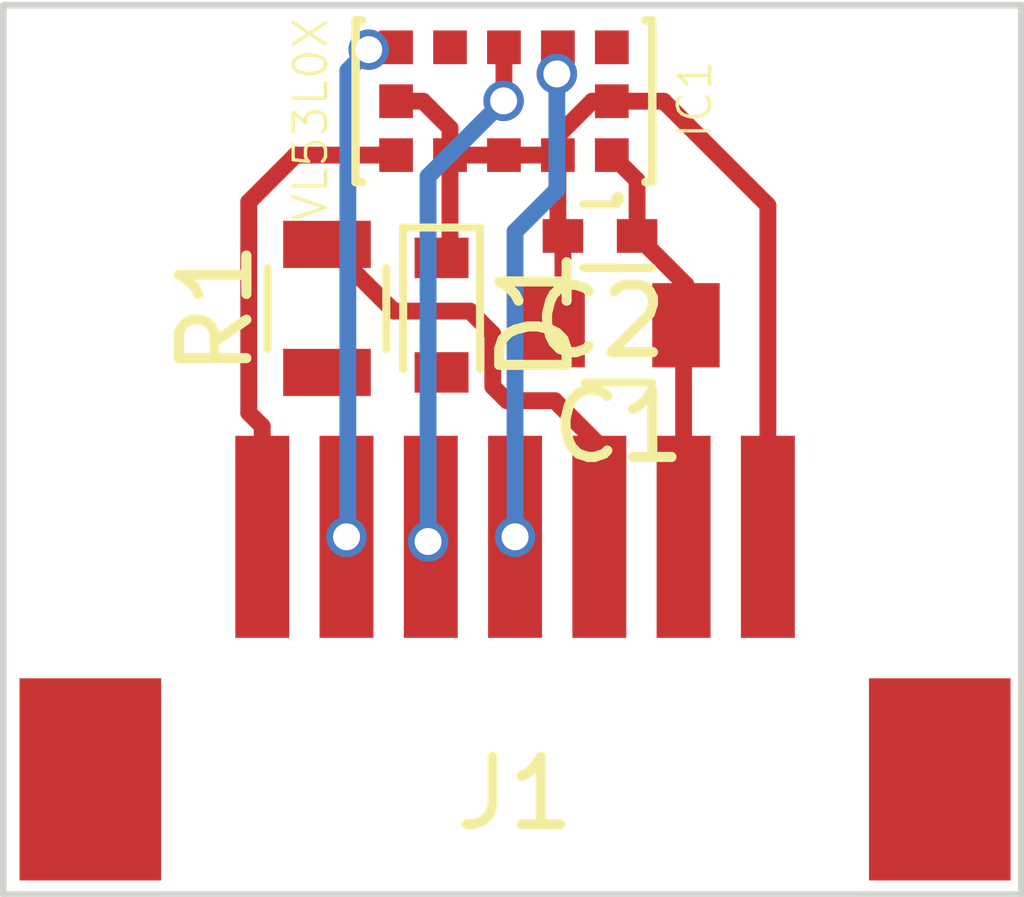
<source format=kicad_pcb>
(kicad_pcb (version 4) (host pcbnew 4.0.7)

  (general
    (links 17)
    (no_connects 1)
    (area 14.249999 14.022999 29.450001 27.550001)
    (thickness 1.6)
    (drawings 5)
    (tracks 59)
    (zones 0)
    (modules 6)
    (nets 10)
  )

  (page User 129.997 102.006)
  (layers
    (0 F.Cu signal)
    (31 B.Cu signal)
    (32 B.Adhes user hide)
    (33 F.Adhes user hide)
    (34 B.Paste user)
    (35 F.Paste user)
    (36 B.SilkS user)
    (37 F.SilkS user)
    (38 B.Mask user hide)
    (39 F.Mask user hide)
    (40 Dwgs.User user)
    (41 Cmts.User user hide)
    (42 Eco1.User user hide)
    (43 Eco2.User user hide)
    (44 Edge.Cuts user)
    (45 Margin user hide)
    (46 B.CrtYd user hide)
    (47 F.CrtYd user)
    (48 B.Fab user hide)
    (49 F.Fab user hide)
  )

  (setup
    (last_trace_width 0.25)
    (trace_clearance 0.2)
    (zone_clearance 0.508)
    (zone_45_only no)
    (trace_min 0.2)
    (segment_width 0.2)
    (edge_width 0.1)
    (via_size 0.6)
    (via_drill 0.4)
    (via_min_size 0.4)
    (via_min_drill 0.3)
    (uvia_size 0.3)
    (uvia_drill 0.1)
    (uvias_allowed no)
    (uvia_min_size 0.2)
    (uvia_min_drill 0.1)
    (pcb_text_width 0.3)
    (pcb_text_size 1.5 1.5)
    (mod_edge_width 0.15)
    (mod_text_size 1 1)
    (mod_text_width 0.15)
    (pad_size 1.5 1.5)
    (pad_drill 0.6)
    (pad_to_mask_clearance 0)
    (aux_axis_origin 14.2748 14.2748)
    (grid_origin 14.2748 14.2748)
    (visible_elements 7FFFFF9F)
    (pcbplotparams
      (layerselection 0x000f0_80000001)
      (usegerberextensions true)
      (excludeedgelayer false)
      (linewidth 0.152400)
      (plotframeref false)
      (viasonmask false)
      (mode 1)
      (useauxorigin false)
      (hpglpennumber 1)
      (hpglpenspeed 20)
      (hpglpendiameter 15)
      (hpglpenoverlay 2)
      (psnegative false)
      (psa4output false)
      (plotreference false)
      (plotvalue false)
      (plotinvisibletext false)
      (padsonsilk false)
      (subtractmaskfromsilk false)
      (outputformat 1)
      (mirror false)
      (drillshape 0)
      (scaleselection 1)
      (outputdirectory Fabrication/))
  )

  (net 0 "")
  (net 1 +3V3)
  (net 2 GND)
  (net 3 "Net-(D1-Pad2)")
  (net 4 /SCL)
  (net 5 /SDA)
  (net 6 "Net-(IC1-Pad8)")
  (net 7 /XSHUT)
  (net 8 /INT)
  (net 9 /LED)

  (net_class Default "Toto je výchozí třída sítě."
    (clearance 0.2)
    (trace_width 0.25)
    (via_dia 0.6)
    (via_drill 0.4)
    (uvia_dia 0.3)
    (uvia_drill 0.1)
    (add_net +3V3)
    (add_net /INT)
    (add_net /LED)
    (add_net /SCL)
    (add_net /SDA)
    (add_net /XSHUT)
    (add_net GND)
    (add_net "Net-(D1-Pad2)")
    (add_net "Net-(IC1-Pad8)")
  )

  (module CanSat:MOLEX_PicoBlade_7 (layer F.Cu) (tedit 5A5738C8) (tstamp 5A5E5E45)
    (at 21.89 24.73)
    (path /5A51E5E2)
    (fp_text reference J1 (at 0 1.27) (layer F.SilkS)
      (effects (font (size 1 1) (thickness 0.15)))
    )
    (fp_text value Conn_01x07 (at 0 -5.08) (layer F.Fab)
      (effects (font (size 1 1) (thickness 0.15)))
    )
    (pad 4 smd rect (at 0 -2.54) (size 0.8 3) (layers F.Cu F.Paste F.Mask)
      (net 4 /SCL))
    (pad 5 smd rect (at 1.25 -2.54) (size 0.8 3) (layers F.Cu F.Paste F.Mask)
      (net 9 /LED))
    (pad 6 smd rect (at 2.5 -2.54) (size 0.8 3) (layers F.Cu F.Paste F.Mask)
      (net 1 +3V3))
    (pad 3 smd rect (at -1.25 -2.54) (size 0.8 3) (layers F.Cu F.Paste F.Mask)
      (net 5 /SDA))
    (pad 2 smd rect (at -2.5 -2.54) (size 0.8 3) (layers F.Cu F.Paste F.Mask)
      (net 8 /INT))
    (pad "" smd rect (at 6.3 1.06) (size 2.1 3) (layers F.Cu F.Paste F.Mask))
    (pad "" smd rect (at -6.3 1.06) (size 2.1 3) (layers F.Cu F.Paste F.Mask))
    (pad 7 smd rect (at 3.75 -2.54) (size 0.8 3) (layers F.Cu F.Paste F.Mask)
      (net 2 GND))
    (pad 1 smd rect (at -3.75 -2.54) (size 0.8 3) (layers F.Cu F.Paste F.Mask)
      (net 7 /XSHUT))
  )

  (module Capacitors_SMD:C_0805 (layer F.Cu) (tedit 58AA8463) (tstamp 5A5B8C94)
    (at 23.425 19.05 180)
    (descr "Capacitor SMD 0805, reflow soldering, AVX (see smccp.pdf)")
    (tags "capacitor 0805")
    (path /5A51E2B0)
    (attr smd)
    (fp_text reference C1 (at 0 -1.5 180) (layer F.SilkS)
      (effects (font (size 1 1) (thickness 0.15)))
    )
    (fp_text value 100nF (at 0 1.75 180) (layer F.Fab)
      (effects (font (size 1 1) (thickness 0.15)))
    )
    (fp_text user %R (at 0 -1.5 180) (layer F.Fab)
      (effects (font (size 1 1) (thickness 0.15)))
    )
    (fp_line (start -1 0.62) (end -1 -0.62) (layer F.Fab) (width 0.1))
    (fp_line (start 1 0.62) (end -1 0.62) (layer F.Fab) (width 0.1))
    (fp_line (start 1 -0.62) (end 1 0.62) (layer F.Fab) (width 0.1))
    (fp_line (start -1 -0.62) (end 1 -0.62) (layer F.Fab) (width 0.1))
    (fp_line (start 0.5 -0.85) (end -0.5 -0.85) (layer F.SilkS) (width 0.12))
    (fp_line (start -0.5 0.85) (end 0.5 0.85) (layer F.SilkS) (width 0.12))
    (fp_line (start -1.75 -0.88) (end 1.75 -0.88) (layer F.CrtYd) (width 0.05))
    (fp_line (start -1.75 -0.88) (end -1.75 0.87) (layer F.CrtYd) (width 0.05))
    (fp_line (start 1.75 0.87) (end 1.75 -0.88) (layer F.CrtYd) (width 0.05))
    (fp_line (start 1.75 0.87) (end -1.75 0.87) (layer F.CrtYd) (width 0.05))
    (pad 1 smd rect (at -1 0 180) (size 1 1.25) (layers F.Cu F.Paste F.Mask)
      (net 1 +3V3))
    (pad 2 smd rect (at 1 0 180) (size 1 1.25) (layers F.Cu F.Paste F.Mask)
      (net 2 GND))
    (model Capacitors_SMD.3dshapes/C_0805.wrl
      (at (xyz 0 0 0))
      (scale (xyz 1 1 1))
      (rotate (xyz 0 0 0))
    )
  )

  (module Capacitors_SMD:C_0402 (layer F.Cu) (tedit 58AA841A) (tstamp 5A5B8CA5)
    (at 23.15 17.725 180)
    (descr "Capacitor SMD 0402, reflow soldering, AVX (see smccp.pdf)")
    (tags "capacitor 0402")
    (path /5A51E305)
    (attr smd)
    (fp_text reference C2 (at 0 -1.27 180) (layer F.SilkS)
      (effects (font (size 1 1) (thickness 0.15)))
    )
    (fp_text value 4.7uF (at 0 1.27 180) (layer F.Fab)
      (effects (font (size 1 1) (thickness 0.15)))
    )
    (fp_text user %R (at 0 -1.27 180) (layer F.Fab)
      (effects (font (size 1 1) (thickness 0.15)))
    )
    (fp_line (start -0.5 0.25) (end -0.5 -0.25) (layer F.Fab) (width 0.1))
    (fp_line (start 0.5 0.25) (end -0.5 0.25) (layer F.Fab) (width 0.1))
    (fp_line (start 0.5 -0.25) (end 0.5 0.25) (layer F.Fab) (width 0.1))
    (fp_line (start -0.5 -0.25) (end 0.5 -0.25) (layer F.Fab) (width 0.1))
    (fp_line (start 0.25 -0.47) (end -0.25 -0.47) (layer F.SilkS) (width 0.12))
    (fp_line (start -0.25 0.47) (end 0.25 0.47) (layer F.SilkS) (width 0.12))
    (fp_line (start -1 -0.4) (end 1 -0.4) (layer F.CrtYd) (width 0.05))
    (fp_line (start -1 -0.4) (end -1 0.4) (layer F.CrtYd) (width 0.05))
    (fp_line (start 1 0.4) (end 1 -0.4) (layer F.CrtYd) (width 0.05))
    (fp_line (start 1 0.4) (end -1 0.4) (layer F.CrtYd) (width 0.05))
    (pad 1 smd rect (at -0.55 0 180) (size 0.6 0.5) (layers F.Cu F.Paste F.Mask)
      (net 1 +3V3))
    (pad 2 smd rect (at 0.55 0 180) (size 0.6 0.5) (layers F.Cu F.Paste F.Mask)
      (net 2 GND))
    (model Capacitors_SMD.3dshapes/C_0402.wrl
      (at (xyz 0 0 0))
      (scale (xyz 1 1 1))
      (rotate (xyz 0 0 0))
    )
  )

  (module Diodes_SMD:D_0603 (layer F.Cu) (tedit 590CE922) (tstamp 5A5B8CBD)
    (at 20.8 18.9 270)
    (descr "Diode SMD in 0603 package http://datasheets.avx.com/schottky.pdf")
    (tags "smd diode")
    (path /5A51DA01)
    (attr smd)
    (fp_text reference D1 (at 0 -1.4 270) (layer F.SilkS)
      (effects (font (size 1 1) (thickness 0.15)))
    )
    (fp_text value LED (at 0 1.4 270) (layer F.Fab)
      (effects (font (size 1 1) (thickness 0.15)))
    )
    (fp_text user %R (at 0 -1.4 270) (layer F.Fab)
      (effects (font (size 1 1) (thickness 0.15)))
    )
    (fp_line (start -1.3 -0.57) (end -1.3 0.57) (layer F.SilkS) (width 0.12))
    (fp_line (start 1.4 0.67) (end 1.4 -0.67) (layer F.CrtYd) (width 0.05))
    (fp_line (start -1.4 0.67) (end 1.4 0.67) (layer F.CrtYd) (width 0.05))
    (fp_line (start -1.4 -0.67) (end -1.4 0.67) (layer F.CrtYd) (width 0.05))
    (fp_line (start 1.4 -0.67) (end -1.4 -0.67) (layer F.CrtYd) (width 0.05))
    (fp_line (start 0.2 0) (end 0.4 0) (layer F.Fab) (width 0.1))
    (fp_line (start -0.1 0) (end -0.3 0) (layer F.Fab) (width 0.1))
    (fp_line (start -0.1 -0.2) (end -0.1 0.2) (layer F.Fab) (width 0.1))
    (fp_line (start 0.2 0.2) (end 0.2 -0.2) (layer F.Fab) (width 0.1))
    (fp_line (start -0.1 0) (end 0.2 0.2) (layer F.Fab) (width 0.1))
    (fp_line (start 0.2 -0.2) (end -0.1 0) (layer F.Fab) (width 0.1))
    (fp_line (start -0.8 0.45) (end -0.8 -0.45) (layer F.Fab) (width 0.1))
    (fp_line (start 0.8 0.45) (end -0.8 0.45) (layer F.Fab) (width 0.1))
    (fp_line (start 0.8 -0.45) (end 0.8 0.45) (layer F.Fab) (width 0.1))
    (fp_line (start -0.8 -0.45) (end 0.8 -0.45) (layer F.Fab) (width 0.1))
    (fp_line (start -1.3 0.57) (end 0.8 0.57) (layer F.SilkS) (width 0.12))
    (fp_line (start -1.3 -0.57) (end 0.8 -0.57) (layer F.SilkS) (width 0.12))
    (pad 1 smd rect (at -0.85 0 270) (size 0.6 0.8) (layers F.Cu F.Paste F.Mask)
      (net 2 GND))
    (pad 2 smd rect (at 0.85 0 270) (size 0.6 0.8) (layers F.Cu F.Paste F.Mask)
      (net 3 "Net-(D1-Pad2)"))
    (model ${KISYS3DMOD}/Diodes_SMD.3dshapes/D_0603.wrl
      (at (xyz 0 0 0))
      (scale (xyz 1 1 1))
      (rotate (xyz 0 0 0))
    )
  )

  (module VL53L0X:XDCR_VL53L0CXV0DH%2f1 (layer F.Cu) (tedit 5A5B9105) (tstamp 5A5B8CDD)
    (at 21.725 15.725 270)
    (path /5A51D9B7)
    (attr smd)
    (fp_text reference IC1 (at -0.030876 -2.83173 270) (layer F.SilkS)
      (effects (font (size 0.481178 0.481178) (thickness 0.05)))
    )
    (fp_text value VL53L0X (at 0.274092 2.86614 270) (layer F.SilkS)
      (effects (font (size 0.480158 0.480158) (thickness 0.05)))
    )
    (fp_line (start -1.2 -2.2) (end 1.2 -2.2) (layer F.SilkS) (width 0.127))
    (fp_line (start 1.2 -2.2) (end 1.2 2.2) (layer Dwgs.User) (width 0.127))
    (fp_line (start 1.2 2.2) (end -1.2 2.2) (layer F.SilkS) (width 0.127))
    (fp_line (start -1.2 2.2) (end -1.2 -2.2) (layer Dwgs.User) (width 0.127))
    (fp_line (start -1.477 -2.477) (end 1.477 -2.477) (layer Dwgs.User) (width 0.05))
    (fp_line (start 1.477 -2.477) (end 1.477 2.477) (layer Dwgs.User) (width 0.05))
    (fp_line (start 1.477 2.477) (end -1.477 2.477) (layer Dwgs.User) (width 0.05))
    (fp_line (start -1.477 2.477) (end -1.477 -2.477) (layer Dwgs.User) (width 0.05))
    (fp_circle (center 1.444 -1.689) (end 1.544 -1.689) (layer F.SilkS) (width 0))
    (fp_line (start -1.2 -2.2) (end 1.2 -2.2) (layer Dwgs.User) (width 0.127))
    (fp_line (start 1.2 2.2) (end -1.2 2.2) (layer Dwgs.User) (width 0.127))
    (fp_line (start -1.2 -2.2) (end -1.2 -2.1) (layer F.SilkS) (width 0.127))
    (fp_line (start 1.2 -2.2) (end 1.2 -2.1) (layer F.SilkS) (width 0.127))
    (fp_line (start -1.2 2.2) (end -1.2 2.1) (layer F.SilkS) (width 0.127))
    (fp_line (start 1.2 2.2) (end 1.2 2.1) (layer F.SilkS) (width 0.127))
    (pad 10 smd rect (at -0.8 -0.8 270) (size 0.5 0.5) (layers F.Cu F.Paste F.Mask)
      (net 4 /SCL))
    (pad 9 smd rect (at -0.8 0 270) (size 0.5 0.5) (layers F.Cu F.Paste F.Mask)
      (net 5 /SDA))
    (pad 11 smd rect (at -0.8 -1.6 270) (size 0.5 0.5) (layers F.Cu F.Paste F.Mask))
    (pad 8 smd rect (at -0.8 0.8 270) (size 0.5 0.5) (layers F.Cu F.Paste F.Mask)
      (net 6 "Net-(IC1-Pad8)"))
    (pad 2 smd rect (at 0.8 -0.8 270) (size 0.5 0.5) (layers F.Cu F.Paste F.Mask)
      (net 2 GND))
    (pad 3 smd rect (at 0.8 0 270) (size 0.5 0.5) (layers F.Cu F.Paste F.Mask)
      (net 2 GND))
    (pad 4 smd rect (at 0.8 0.8 270) (size 0.5 0.5) (layers F.Cu F.Paste F.Mask)
      (net 2 GND))
    (pad 5 smd rect (at 0.8 1.6 270) (size 0.5 0.5) (layers F.Cu F.Paste F.Mask)
      (net 7 /XSHUT))
    (pad 12 smd rect (at 0 -1.6 270) (size 0.5 0.5) (layers F.Cu F.Paste F.Mask)
      (net 2 GND))
    (pad 1 smd rect (at 0.8 -1.6 270) (size 0.5 0.5) (layers F.Cu F.Paste F.Mask)
      (net 1 +3V3))
    (pad 6 smd rect (at 0 1.6 270) (size 0.5 0.5) (layers F.Cu F.Paste F.Mask)
      (net 2 GND))
    (pad 7 smd rect (at -0.8 1.6 270) (size 0.5 0.5) (layers F.Cu F.Paste F.Mask)
      (net 8 /INT))
  )

  (module Resistors_SMD:R_0805 (layer F.Cu) (tedit 58E0A804) (tstamp 5A5B8D0B)
    (at 19.1 18.8 90)
    (descr "Resistor SMD 0805, reflow soldering, Vishay (see dcrcw.pdf)")
    (tags "resistor 0805")
    (path /5A51E094)
    (attr smd)
    (fp_text reference R1 (at 0 -1.65 90) (layer F.SilkS)
      (effects (font (size 1 1) (thickness 0.15)))
    )
    (fp_text value 150 (at 0 1.75 90) (layer F.Fab)
      (effects (font (size 1 1) (thickness 0.15)))
    )
    (fp_text user %R (at 0 0 90) (layer F.Fab)
      (effects (font (size 0.5 0.5) (thickness 0.075)))
    )
    (fp_line (start -1 0.62) (end -1 -0.62) (layer F.Fab) (width 0.1))
    (fp_line (start 1 0.62) (end -1 0.62) (layer F.Fab) (width 0.1))
    (fp_line (start 1 -0.62) (end 1 0.62) (layer F.Fab) (width 0.1))
    (fp_line (start -1 -0.62) (end 1 -0.62) (layer F.Fab) (width 0.1))
    (fp_line (start 0.6 0.88) (end -0.6 0.88) (layer F.SilkS) (width 0.12))
    (fp_line (start -0.6 -0.88) (end 0.6 -0.88) (layer F.SilkS) (width 0.12))
    (fp_line (start -1.55 -0.9) (end 1.55 -0.9) (layer F.CrtYd) (width 0.05))
    (fp_line (start -1.55 -0.9) (end -1.55 0.9) (layer F.CrtYd) (width 0.05))
    (fp_line (start 1.55 0.9) (end 1.55 -0.9) (layer F.CrtYd) (width 0.05))
    (fp_line (start 1.55 0.9) (end -1.55 0.9) (layer F.CrtYd) (width 0.05))
    (pad 1 smd rect (at -0.95 0 90) (size 0.7 1.3) (layers F.Cu F.Paste F.Mask)
      (net 3 "Net-(D1-Pad2)"))
    (pad 2 smd rect (at 0.95 0 90) (size 0.7 1.3) (layers F.Cu F.Paste F.Mask)
      (net 9 /LED))
    (model ${KISYS3DMOD}/Resistors_SMD.3dshapes/R_0805.wrl
      (at (xyz 0 0 0))
      (scale (xyz 1 1 1))
      (rotate (xyz 0 0 0))
    )
  )

  (gr_line (start 29.4 27.5) (end 14.3 27.5) (angle 90) (layer Edge.Cuts) (width 0.1))
  (gr_line (start 29.4 14.3) (end 29.4 27.5) (angle 90) (layer Edge.Cuts) (width 0.1))
  (gr_line (start 28.9 14.3) (end 29.4 14.3) (angle 90) (layer Edge.Cuts) (width 0.1))
  (gr_line (start 14.3 14.3) (end 28.9 14.3) (angle 90) (layer Edge.Cuts) (width 0.1))
  (gr_line (start 14.3 27.5) (end 14.3 14.3) (angle 90) (layer Edge.Cuts) (width 0.1))

  (segment (start 23.7 17.725) (end 23.7 16.9) (width 0.25) (layer F.Cu) (net 1))
  (segment (start 23.7 16.9) (end 23.325 16.525) (width 0.25) (layer F.Cu) (net 1) (tstamp 5A5E60A7))
  (segment (start 24.425 19.05) (end 24.425 18.45) (width 0.25) (layer F.Cu) (net 1))
  (segment (start 24.425 18.45) (end 23.7 17.725) (width 0.25) (layer F.Cu) (net 1) (tstamp 5A5E601C))
  (segment (start 24.39 22.19) (end 24.39 19.085) (width 0.25) (layer F.Cu) (net 1))
  (segment (start 24.39 19.085) (end 24.425 19.05) (width 0.25) (layer F.Cu) (net 1) (tstamp 5A5E6017))
  (segment (start 23.325 15.725) (end 23.035 15.725) (width 0.25) (layer F.Cu) (net 2))
  (segment (start 22.525 16.235) (end 22.525 16.525) (width 0.25) (layer F.Cu) (net 2) (tstamp 5A5E60AB))
  (segment (start 23.035 15.725) (end 22.525 16.235) (width 0.25) (layer F.Cu) (net 2) (tstamp 5A5E60AA))
  (segment (start 25.64 22.19) (end 25.64 17.27) (width 0.25) (layer F.Cu) (net 2))
  (segment (start 24.095 15.725) (end 23.325 15.725) (width 0.25) (layer F.Cu) (net 2) (tstamp 5A5E6082))
  (segment (start 25.64 17.27) (end 24.095 15.725) (width 0.25) (layer F.Cu) (net 2) (tstamp 5A5E6080))
  (segment (start 20.925 16.525) (end 20.925 16.125) (width 0.25) (layer F.Cu) (net 2))
  (segment (start 20.525 15.725) (end 20.125 15.725) (width 0.25) (layer F.Cu) (net 2) (tstamp 5A5E602E))
  (segment (start 20.925 16.125) (end 20.525 15.725) (width 0.25) (layer F.Cu) (net 2) (tstamp 5A5E602D))
  (segment (start 20.925 16.525) (end 20.925 17.925) (width 0.25) (layer F.Cu) (net 2))
  (segment (start 20.925 17.925) (end 20.8 18.05) (width 0.25) (layer F.Cu) (net 2) (tstamp 5A5E602A))
  (segment (start 21.725 16.525) (end 20.925 16.525) (width 0.25) (layer F.Cu) (net 2))
  (segment (start 22.525 16.525) (end 21.725 16.525) (width 0.25) (layer F.Cu) (net 2))
  (segment (start 22.6 17.725) (end 22.6 18.875) (width 0.25) (layer F.Cu) (net 2))
  (segment (start 22.6 18.875) (end 22.425 19.05) (width 0.25) (layer F.Cu) (net 2) (tstamp 5A5E6023))
  (segment (start 22.525 16.525) (end 22.525 17.65) (width 0.25) (layer F.Cu) (net 2))
  (segment (start 22.525 17.65) (end 22.6 17.725) (width 0.25) (layer F.Cu) (net 2) (tstamp 5A5E6020))
  (segment (start 21.89 22.19) (end 21.89 17.66) (width 0.25) (layer B.Cu) (net 4))
  (segment (start 22.525 15.305) (end 22.51 15.32) (width 0.25) (layer F.Cu) (net 4) (tstamp 5A5E6050))
  (via (at 22.51 15.32) (size 0.6) (drill 0.4) (layers F.Cu B.Cu) (net 4))
  (via (at 21.89 22.19) (size 0.6) (drill 0.4) (layers F.Cu B.Cu) (net 4))
  (segment (start 21.98 22.1) (end 21.89 22.19) (width 0.25) (layer B.Cu) (net 4) (tstamp 5A5E6039))
  (segment (start 22.525 15.305) (end 22.525 14.925) (width 0.25) (layer F.Cu) (net 4))
  (segment (start 22.51 17.04) (end 22.51 15.32) (width 0.25) (layer B.Cu) (net 4) (tstamp 5A5E605A))
  (segment (start 21.89 17.66) (end 22.51 17.04) (width 0.25) (layer B.Cu) (net 4) (tstamp 5A5E6059))
  (segment (start 21.725 14.925) (end 21.725 15.715) (width 0.25) (layer F.Cu) (net 5))
  (segment (start 20.6 22.26) (end 20.64 22.22) (width 0.25) (layer F.Cu) (net 5) (tstamp 5A5E6063))
  (via (at 20.6 22.26) (size 0.6) (drill 0.4) (layers F.Cu B.Cu) (net 5))
  (segment (start 20.6 16.84) (end 20.6 22.26) (width 0.25) (layer B.Cu) (net 5) (tstamp 5A5E6060))
  (segment (start 21.72 15.72) (end 20.6 16.84) (width 0.25) (layer B.Cu) (net 5) (tstamp 5A5E605F))
  (via (at 21.72 15.72) (size 0.6) (drill 0.4) (layers F.Cu B.Cu) (net 5))
  (segment (start 21.725 15.715) (end 21.72 15.72) (width 0.25) (layer F.Cu) (net 5) (tstamp 5A5E605D))
  (segment (start 20.64 22.22) (end 20.64 22.19) (width 0.25) (layer F.Cu) (net 5) (tstamp 5A5E6064))
  (segment (start 18.14 22.19) (end 18.14 20.55) (width 0.25) (layer F.Cu) (net 7))
  (segment (start 18.635 16.525) (end 20.125 16.525) (width 0.25) (layer F.Cu) (net 7) (tstamp 5A5E6074))
  (segment (start 17.94 17.22) (end 18.635 16.525) (width 0.25) (layer F.Cu) (net 7) (tstamp 5A5E6073))
  (segment (start 17.94 20.35) (end 17.94 17.22) (width 0.25) (layer F.Cu) (net 7) (tstamp 5A5E6072))
  (segment (start 18.14 20.55) (end 17.94 20.35) (width 0.25) (layer F.Cu) (net 7) (tstamp 5A5E6071))
  (via (at 19.39 22.19) (size 0.6) (drill 0.4) (layers F.Cu B.Cu) (net 8))
  (segment (start 20.125 14.925) (end 19.755 14.925) (width 0.25) (layer F.Cu) (net 8) (tstamp 5A5E606E))
  (segment (start 19.72 14.96) (end 19.755 14.925) (width 0.25) (layer F.Cu) (net 8) (tstamp 5A5E606D))
  (via (at 19.72 14.96) (size 0.6) (drill 0.4) (layers F.Cu B.Cu) (net 8))
  (segment (start 19.41 15.27) (end 19.72 14.96) (width 0.25) (layer B.Cu) (net 8) (tstamp 5A5E606B))
  (segment (start 19.41 22.17) (end 19.41 15.27) (width 0.25) (layer B.Cu) (net 8) (tstamp 5A5E606A))
  (segment (start 19.41 22.17) (end 19.39 22.19) (width 0.25) (layer B.Cu) (net 8) (tstamp 5A5E6069))
  (segment (start 23.14 22.19) (end 23.14 20.83) (width 0.25) (layer F.Cu) (net 9))
  (segment (start 23.14 20.83) (end 22.48 20.17) (width 0.25) (layer F.Cu) (net 9) (tstamp 5A5E6077))
  (segment (start 22.48 20.17) (end 21.77 20.17) (width 0.25) (layer F.Cu) (net 9) (tstamp 5A5E6078))
  (segment (start 21.77 20.17) (end 21.56 19.96) (width 0.25) (layer F.Cu) (net 9) (tstamp 5A5E6079))
  (segment (start 21.56 19.96) (end 21.56 19.18) (width 0.25) (layer F.Cu) (net 9) (tstamp 5A5E607A))
  (segment (start 21.56 19.18) (end 21.22 18.84) (width 0.25) (layer F.Cu) (net 9) (tstamp 5A5E607B))
  (segment (start 21.22 18.84) (end 20.09 18.84) (width 0.25) (layer F.Cu) (net 9) (tstamp 5A5E607C))
  (segment (start 20.09 18.84) (end 19.1 17.85) (width 0.25) (layer F.Cu) (net 9) (tstamp 5A5E607D))

)

</source>
